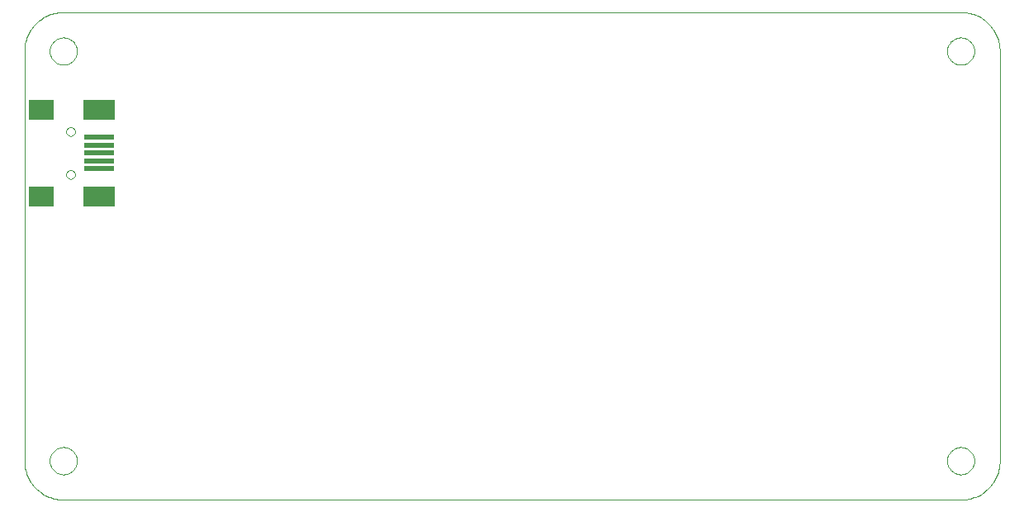
<source format=gtp>
G75*
G70*
%OFA0B0*%
%FSLAX24Y24*%
%IPPOS*%
%LPD*%
%AMOC8*
5,1,8,0,0,1.08239X$1,22.5*
%
%ADD10C,0.0000*%
%ADD11R,0.1299X0.0787*%
%ADD12R,0.0984X0.0787*%
%ADD13R,0.1220X0.0197*%
D10*
X002240Y000665D02*
X038460Y000665D01*
X037909Y002240D02*
X037911Y002287D01*
X037917Y002333D01*
X037927Y002379D01*
X037940Y002424D01*
X037958Y002467D01*
X037979Y002509D01*
X038003Y002549D01*
X038031Y002586D01*
X038062Y002621D01*
X038096Y002654D01*
X038132Y002683D01*
X038171Y002709D01*
X038212Y002732D01*
X038255Y002751D01*
X038299Y002767D01*
X038344Y002779D01*
X038390Y002787D01*
X038437Y002791D01*
X038483Y002791D01*
X038530Y002787D01*
X038576Y002779D01*
X038621Y002767D01*
X038665Y002751D01*
X038708Y002732D01*
X038749Y002709D01*
X038788Y002683D01*
X038824Y002654D01*
X038858Y002621D01*
X038889Y002586D01*
X038917Y002549D01*
X038941Y002509D01*
X038962Y002467D01*
X038980Y002424D01*
X038993Y002379D01*
X039003Y002333D01*
X039009Y002287D01*
X039011Y002240D01*
X039009Y002193D01*
X039003Y002147D01*
X038993Y002101D01*
X038980Y002056D01*
X038962Y002013D01*
X038941Y001971D01*
X038917Y001931D01*
X038889Y001894D01*
X038858Y001859D01*
X038824Y001826D01*
X038788Y001797D01*
X038749Y001771D01*
X038708Y001748D01*
X038665Y001729D01*
X038621Y001713D01*
X038576Y001701D01*
X038530Y001693D01*
X038483Y001689D01*
X038437Y001689D01*
X038390Y001693D01*
X038344Y001701D01*
X038299Y001713D01*
X038255Y001729D01*
X038212Y001748D01*
X038171Y001771D01*
X038132Y001797D01*
X038096Y001826D01*
X038062Y001859D01*
X038031Y001894D01*
X038003Y001931D01*
X037979Y001971D01*
X037958Y002013D01*
X037940Y002056D01*
X037927Y002101D01*
X037917Y002147D01*
X037911Y002193D01*
X037909Y002240D01*
X038460Y000665D02*
X038537Y000667D01*
X038614Y000673D01*
X038691Y000682D01*
X038767Y000695D01*
X038843Y000712D01*
X038917Y000733D01*
X038991Y000757D01*
X039063Y000785D01*
X039133Y000816D01*
X039202Y000851D01*
X039270Y000889D01*
X039335Y000930D01*
X039398Y000975D01*
X039459Y001023D01*
X039518Y001073D01*
X039574Y001126D01*
X039627Y001182D01*
X039677Y001241D01*
X039725Y001302D01*
X039770Y001365D01*
X039811Y001430D01*
X039849Y001498D01*
X039884Y001567D01*
X039915Y001637D01*
X039943Y001709D01*
X039967Y001783D01*
X039988Y001857D01*
X040005Y001933D01*
X040018Y002009D01*
X040027Y002086D01*
X040033Y002163D01*
X040035Y002240D01*
X040035Y018775D01*
X037909Y018775D02*
X037911Y018822D01*
X037917Y018868D01*
X037927Y018914D01*
X037940Y018959D01*
X037958Y019002D01*
X037979Y019044D01*
X038003Y019084D01*
X038031Y019121D01*
X038062Y019156D01*
X038096Y019189D01*
X038132Y019218D01*
X038171Y019244D01*
X038212Y019267D01*
X038255Y019286D01*
X038299Y019302D01*
X038344Y019314D01*
X038390Y019322D01*
X038437Y019326D01*
X038483Y019326D01*
X038530Y019322D01*
X038576Y019314D01*
X038621Y019302D01*
X038665Y019286D01*
X038708Y019267D01*
X038749Y019244D01*
X038788Y019218D01*
X038824Y019189D01*
X038858Y019156D01*
X038889Y019121D01*
X038917Y019084D01*
X038941Y019044D01*
X038962Y019002D01*
X038980Y018959D01*
X038993Y018914D01*
X039003Y018868D01*
X039009Y018822D01*
X039011Y018775D01*
X039009Y018728D01*
X039003Y018682D01*
X038993Y018636D01*
X038980Y018591D01*
X038962Y018548D01*
X038941Y018506D01*
X038917Y018466D01*
X038889Y018429D01*
X038858Y018394D01*
X038824Y018361D01*
X038788Y018332D01*
X038749Y018306D01*
X038708Y018283D01*
X038665Y018264D01*
X038621Y018248D01*
X038576Y018236D01*
X038530Y018228D01*
X038483Y018224D01*
X038437Y018224D01*
X038390Y018228D01*
X038344Y018236D01*
X038299Y018248D01*
X038255Y018264D01*
X038212Y018283D01*
X038171Y018306D01*
X038132Y018332D01*
X038096Y018361D01*
X038062Y018394D01*
X038031Y018429D01*
X038003Y018466D01*
X037979Y018506D01*
X037958Y018548D01*
X037940Y018591D01*
X037927Y018636D01*
X037917Y018682D01*
X037911Y018728D01*
X037909Y018775D01*
X038460Y020350D02*
X038537Y020348D01*
X038614Y020342D01*
X038691Y020333D01*
X038767Y020320D01*
X038843Y020303D01*
X038917Y020282D01*
X038991Y020258D01*
X039063Y020230D01*
X039133Y020199D01*
X039202Y020164D01*
X039270Y020126D01*
X039335Y020085D01*
X039398Y020040D01*
X039459Y019992D01*
X039518Y019942D01*
X039574Y019889D01*
X039627Y019833D01*
X039677Y019774D01*
X039725Y019713D01*
X039770Y019650D01*
X039811Y019585D01*
X039849Y019517D01*
X039884Y019448D01*
X039915Y019378D01*
X039943Y019306D01*
X039967Y019232D01*
X039988Y019158D01*
X040005Y019082D01*
X040018Y019006D01*
X040027Y018929D01*
X040033Y018852D01*
X040035Y018775D01*
X038460Y020350D02*
X002240Y020350D01*
X001689Y018775D02*
X001691Y018822D01*
X001697Y018868D01*
X001707Y018914D01*
X001720Y018959D01*
X001738Y019002D01*
X001759Y019044D01*
X001783Y019084D01*
X001811Y019121D01*
X001842Y019156D01*
X001876Y019189D01*
X001912Y019218D01*
X001951Y019244D01*
X001992Y019267D01*
X002035Y019286D01*
X002079Y019302D01*
X002124Y019314D01*
X002170Y019322D01*
X002217Y019326D01*
X002263Y019326D01*
X002310Y019322D01*
X002356Y019314D01*
X002401Y019302D01*
X002445Y019286D01*
X002488Y019267D01*
X002529Y019244D01*
X002568Y019218D01*
X002604Y019189D01*
X002638Y019156D01*
X002669Y019121D01*
X002697Y019084D01*
X002721Y019044D01*
X002742Y019002D01*
X002760Y018959D01*
X002773Y018914D01*
X002783Y018868D01*
X002789Y018822D01*
X002791Y018775D01*
X002789Y018728D01*
X002783Y018682D01*
X002773Y018636D01*
X002760Y018591D01*
X002742Y018548D01*
X002721Y018506D01*
X002697Y018466D01*
X002669Y018429D01*
X002638Y018394D01*
X002604Y018361D01*
X002568Y018332D01*
X002529Y018306D01*
X002488Y018283D01*
X002445Y018264D01*
X002401Y018248D01*
X002356Y018236D01*
X002310Y018228D01*
X002263Y018224D01*
X002217Y018224D01*
X002170Y018228D01*
X002124Y018236D01*
X002079Y018248D01*
X002035Y018264D01*
X001992Y018283D01*
X001951Y018306D01*
X001912Y018332D01*
X001876Y018361D01*
X001842Y018394D01*
X001811Y018429D01*
X001783Y018466D01*
X001759Y018506D01*
X001738Y018548D01*
X001720Y018591D01*
X001707Y018636D01*
X001697Y018682D01*
X001691Y018728D01*
X001689Y018775D01*
X000665Y018775D02*
X000667Y018852D01*
X000673Y018929D01*
X000682Y019006D01*
X000695Y019082D01*
X000712Y019158D01*
X000733Y019232D01*
X000757Y019306D01*
X000785Y019378D01*
X000816Y019448D01*
X000851Y019517D01*
X000889Y019585D01*
X000930Y019650D01*
X000975Y019713D01*
X001023Y019774D01*
X001073Y019833D01*
X001126Y019889D01*
X001182Y019942D01*
X001241Y019992D01*
X001302Y020040D01*
X001365Y020085D01*
X001430Y020126D01*
X001498Y020164D01*
X001567Y020199D01*
X001637Y020230D01*
X001709Y020258D01*
X001783Y020282D01*
X001857Y020303D01*
X001933Y020320D01*
X002009Y020333D01*
X002086Y020342D01*
X002163Y020348D01*
X002240Y020350D01*
X000665Y018775D02*
X000665Y002240D01*
X001689Y002240D02*
X001691Y002287D01*
X001697Y002333D01*
X001707Y002379D01*
X001720Y002424D01*
X001738Y002467D01*
X001759Y002509D01*
X001783Y002549D01*
X001811Y002586D01*
X001842Y002621D01*
X001876Y002654D01*
X001912Y002683D01*
X001951Y002709D01*
X001992Y002732D01*
X002035Y002751D01*
X002079Y002767D01*
X002124Y002779D01*
X002170Y002787D01*
X002217Y002791D01*
X002263Y002791D01*
X002310Y002787D01*
X002356Y002779D01*
X002401Y002767D01*
X002445Y002751D01*
X002488Y002732D01*
X002529Y002709D01*
X002568Y002683D01*
X002604Y002654D01*
X002638Y002621D01*
X002669Y002586D01*
X002697Y002549D01*
X002721Y002509D01*
X002742Y002467D01*
X002760Y002424D01*
X002773Y002379D01*
X002783Y002333D01*
X002789Y002287D01*
X002791Y002240D01*
X002789Y002193D01*
X002783Y002147D01*
X002773Y002101D01*
X002760Y002056D01*
X002742Y002013D01*
X002721Y001971D01*
X002697Y001931D01*
X002669Y001894D01*
X002638Y001859D01*
X002604Y001826D01*
X002568Y001797D01*
X002529Y001771D01*
X002488Y001748D01*
X002445Y001729D01*
X002401Y001713D01*
X002356Y001701D01*
X002310Y001693D01*
X002263Y001689D01*
X002217Y001689D01*
X002170Y001693D01*
X002124Y001701D01*
X002079Y001713D01*
X002035Y001729D01*
X001992Y001748D01*
X001951Y001771D01*
X001912Y001797D01*
X001876Y001826D01*
X001842Y001859D01*
X001811Y001894D01*
X001783Y001931D01*
X001759Y001971D01*
X001738Y002013D01*
X001720Y002056D01*
X001707Y002101D01*
X001697Y002147D01*
X001691Y002193D01*
X001689Y002240D01*
X000665Y002240D02*
X000667Y002163D01*
X000673Y002086D01*
X000682Y002009D01*
X000695Y001933D01*
X000712Y001857D01*
X000733Y001783D01*
X000757Y001709D01*
X000785Y001637D01*
X000816Y001567D01*
X000851Y001498D01*
X000889Y001430D01*
X000930Y001365D01*
X000975Y001302D01*
X001023Y001241D01*
X001073Y001182D01*
X001126Y001126D01*
X001182Y001073D01*
X001241Y001023D01*
X001302Y000975D01*
X001365Y000930D01*
X001430Y000889D01*
X001498Y000851D01*
X001567Y000816D01*
X001637Y000785D01*
X001709Y000757D01*
X001783Y000733D01*
X001857Y000712D01*
X001933Y000695D01*
X002009Y000682D01*
X002086Y000673D01*
X002163Y000667D01*
X002240Y000665D01*
X002355Y013799D02*
X002357Y013825D01*
X002363Y013851D01*
X002373Y013876D01*
X002386Y013899D01*
X002402Y013919D01*
X002422Y013937D01*
X002444Y013952D01*
X002467Y013964D01*
X002493Y013972D01*
X002519Y013976D01*
X002545Y013976D01*
X002571Y013972D01*
X002597Y013964D01*
X002621Y013952D01*
X002642Y013937D01*
X002662Y013919D01*
X002678Y013899D01*
X002691Y013876D01*
X002701Y013851D01*
X002707Y013825D01*
X002709Y013799D01*
X002707Y013773D01*
X002701Y013747D01*
X002691Y013722D01*
X002678Y013699D01*
X002662Y013679D01*
X002642Y013661D01*
X002620Y013646D01*
X002597Y013634D01*
X002571Y013626D01*
X002545Y013622D01*
X002519Y013622D01*
X002493Y013626D01*
X002467Y013634D01*
X002443Y013646D01*
X002422Y013661D01*
X002402Y013679D01*
X002386Y013699D01*
X002373Y013722D01*
X002363Y013747D01*
X002357Y013773D01*
X002355Y013799D01*
X002355Y015531D02*
X002357Y015557D01*
X002363Y015583D01*
X002373Y015608D01*
X002386Y015631D01*
X002402Y015651D01*
X002422Y015669D01*
X002444Y015684D01*
X002467Y015696D01*
X002493Y015704D01*
X002519Y015708D01*
X002545Y015708D01*
X002571Y015704D01*
X002597Y015696D01*
X002621Y015684D01*
X002642Y015669D01*
X002662Y015651D01*
X002678Y015631D01*
X002691Y015608D01*
X002701Y015583D01*
X002707Y015557D01*
X002709Y015531D01*
X002707Y015505D01*
X002701Y015479D01*
X002691Y015454D01*
X002678Y015431D01*
X002662Y015411D01*
X002642Y015393D01*
X002620Y015378D01*
X002597Y015366D01*
X002571Y015358D01*
X002545Y015354D01*
X002519Y015354D01*
X002493Y015358D01*
X002467Y015366D01*
X002443Y015378D01*
X002422Y015393D01*
X002402Y015411D01*
X002386Y015431D01*
X002373Y015454D01*
X002363Y015479D01*
X002357Y015505D01*
X002355Y015531D01*
D11*
X003674Y016417D03*
X003674Y012913D03*
D12*
X001351Y012913D03*
X001351Y016417D03*
D13*
X003674Y015295D03*
X003674Y014980D03*
X003674Y014665D03*
X003674Y014350D03*
X003674Y014035D03*
M02*

</source>
